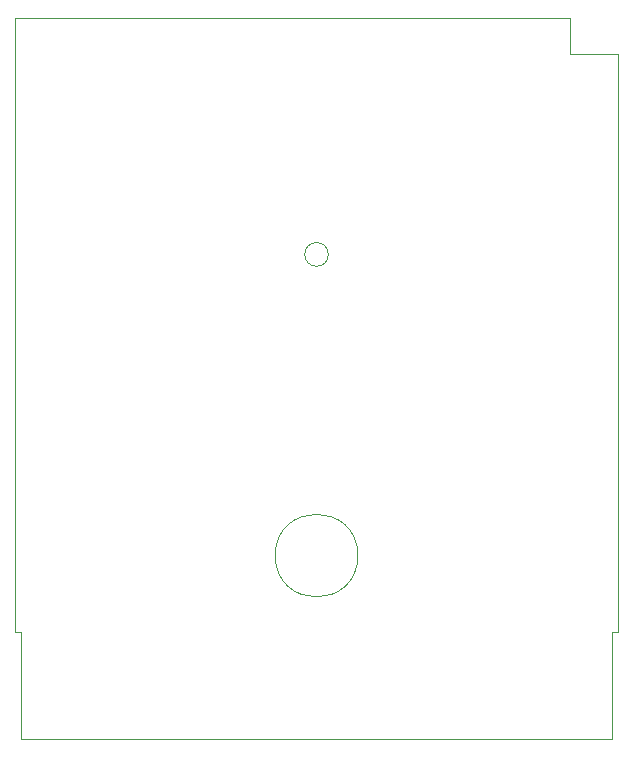
<source format=gm1>
G04 #@! TF.GenerationSoftware,KiCad,Pcbnew,(5.1.4)-1*
G04 #@! TF.CreationDate,2019-09-21T23:03:51-04:00*
G04 #@! TF.ProjectId,GameBoyCartridgeBreakout,47616d65-426f-4794-9361-727472696467,rev?*
G04 #@! TF.SameCoordinates,Original*
G04 #@! TF.FileFunction,Profile,NP*
%FSLAX46Y46*%
G04 Gerber Fmt 4.6, Leading zero omitted, Abs format (unit mm)*
G04 Created by KiCad (PCBNEW (5.1.4)-1) date 2019-09-21 23:03:51*
%MOMM*%
%LPD*%
G04 APERTURE LIST*
%ADD10C,0.050000*%
G04 APERTURE END LIST*
D10*
X153500000Y-88250000D02*
G75*
G03X153500000Y-88250000I-3500000J0D01*
G01*
X151000000Y-62750000D02*
G75*
G03X151000000Y-62750000I-1000000J0D01*
G01*
X125000000Y-94750000D02*
X125000000Y-103750000D01*
X124500000Y-94750000D02*
X125000000Y-94750000D01*
X124500000Y-42750000D02*
X124500000Y-94750000D01*
X171500000Y-42750000D02*
X124500000Y-42750000D01*
X171500000Y-45750000D02*
X171500000Y-42750000D01*
X175500000Y-45750000D02*
X171500000Y-45750000D01*
X175500000Y-94750000D02*
X175500000Y-45750000D01*
X175000000Y-94750000D02*
X175500000Y-94750000D01*
X175000000Y-103750000D02*
X175000000Y-94750000D01*
X125000000Y-103750000D02*
X175000000Y-103750000D01*
M02*

</source>
